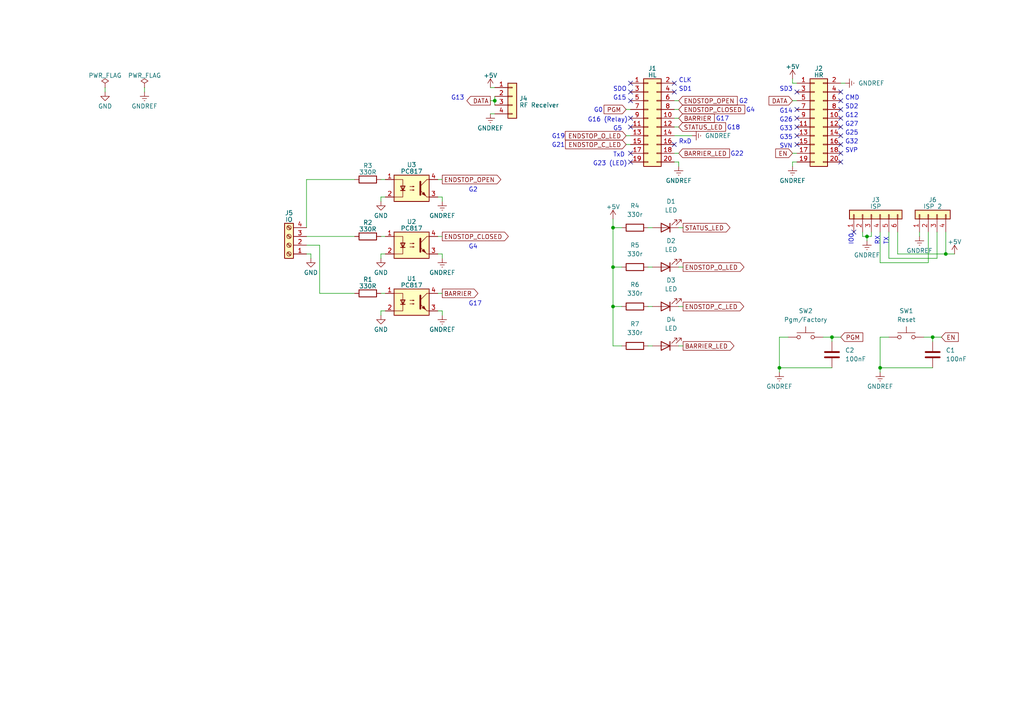
<source format=kicad_sch>
(kicad_sch (version 20231120) (generator "eeschema") (generator_version "8.0")
  (paper "A4")
  (lib_symbols
    (symbol "Connector:Screw_Terminal_01x04" (pin_names (offset 1.016) hide)
      (property "Reference" "J" (at 0 5.08 0))
      (property "Value" "Screw_Terminal_01x04" (at 0 -7.62 0))
      (symbol "Screw_Terminal_01x04_1_1"
        (rectangle (start -1.27 3.81) (end 1.27 -6.35) (stroke (width 0.254)) (fill (type background)))
        (circle (center 0 -5.08) (radius 0.635) (stroke (width 0.1524)))
        (circle (center 0 -2.54) (radius 0.635) (stroke (width 0.1524)))
        (polyline (pts (xy -0.5334 -4.7498) (xy 0.3302 -5.588)) (stroke (width 0.1524)))
        (polyline (pts (xy -0.5334 -2.2098) (xy 0.3302 -3.048)) (stroke (width 0.1524)))
        (polyline (pts (xy -0.5334 0.3302) (xy 0.3302 -0.508)) (stroke (width 0.1524)))
        (polyline (pts (xy -0.5334 2.8702) (xy 0.3302 2.032)) (stroke (width 0.1524)))
        (polyline (pts (xy -0.3556 -4.572) (xy 0.508 -5.4102)) (stroke (width 0.1524)))
        (polyline (pts (xy -0.3556 -2.032) (xy 0.508 -2.8702)) (stroke (width 0.1524)))
        (polyline (pts (xy -0.3556 0.508) (xy 0.508 -0.3302)) (stroke (width 0.1524)))
        (polyline (pts (xy -0.3556 3.048) (xy 0.508 2.2098)) (stroke (width 0.1524)))
        (circle (center 0 0) (radius 0.635) (stroke (width 0.1524)))
        (circle (center 0 2.54) (radius 0.635) (stroke (width 0.1524)))
        (pin passive line (at -5.08 2.54 0) (length 3.81) (name "Pin_1") (number "1"))
        (pin passive line (at -5.08 0 0) (length 3.81) (name "Pin_2") (number "2"))
        (pin passive line (at -5.08 -2.54 0) (length 3.81) (name "Pin_3") (number "3"))
        (pin passive line (at -5.08 -5.08 0) (length 3.81) (name "Pin_4") (number "4"))
      )
    )
    (symbol "Connector_Generic:Conn_01x04" (pin_names (offset 1.016) hide)
      (property "Reference" "J" (at 0 5.08 0))
      (property "Value" "Conn_01x04" (at 0 -7.62 0))
      (symbol "Conn_01x04_1_1"
        (rectangle (start -1.27 -4.953) (end 0 -5.207) (stroke (width 0.1524)))
        (rectangle (start -1.27 -2.413) (end 0 -2.667) (stroke (width 0.1524)))
        (rectangle (start -1.27 0.127) (end 0 -0.127) (stroke (width 0.1524)))
        (rectangle (start -1.27 2.667) (end 0 2.413) (stroke (width 0.1524)))
        (rectangle (start -1.27 3.81) (end 1.27 -6.35) (stroke (width 0.254)) (fill (type background)))
        (pin passive line (at -5.08 2.54 0) (length 3.81) (name "Pin_1") (number "1"))
        (pin passive line (at -5.08 0 0) (length 3.81) (name "Pin_2") (number "2"))
        (pin passive line (at -5.08 -2.54 0) (length 3.81) (name "Pin_3") (number "3"))
        (pin passive line (at -5.08 -5.08 0) (length 3.81) (name "Pin_4") (number "4"))
      )
    )
    (symbol "Connector_Generic:Conn_01x06" (pin_names (offset 1.016) hide)
      (property "Reference" "J" (at 0 7.62 0))
      (property "Value" "Conn_01x06" (at 0 -10.16 0))
      (symbol "Conn_01x06_1_1"
        (rectangle (start -1.27 -7.493) (end 0 -7.747) (stroke (width 0.1524)))
        (rectangle (start -1.27 -4.953) (end 0 -5.207) (stroke (width 0.1524)))
        (rectangle (start -1.27 -2.413) (end 0 -2.667) (stroke (width 0.1524)))
        (rectangle (start -1.27 0.127) (end 0 -0.127) (stroke (width 0.1524)))
        (rectangle (start -1.27 2.667) (end 0 2.413) (stroke (width 0.1524)))
        (rectangle (start -1.27 5.207) (end 0 4.953) (stroke (width 0.1524)))
        (rectangle (start -1.27 6.35) (end 1.27 -8.89) (stroke (width 0.254)) (fill (type background)))
        (pin passive line (at -5.08 5.08 0) (length 3.81) (name "Pin_1") (number "1"))
        (pin passive line (at -5.08 2.54 0) (length 3.81) (name "Pin_2") (number "2"))
        (pin passive line (at -5.08 0 0) (length 3.81) (name "Pin_3") (number "3"))
        (pin passive line (at -5.08 -2.54 0) (length 3.81) (name "Pin_4") (number "4"))
        (pin passive line (at -5.08 -5.08 0) (length 3.81) (name "Pin_5") (number "5"))
        (pin passive line (at -5.08 -7.62 0) (length 3.81) (name "Pin_6") (number "6"))
      )
    )
    (symbol "Connector_Generic:Conn_02x10_Odd_Even" (pin_names (offset 1.016) hide)
      (property "Reference" "J" (at 1.27 12.7 0))
      (property "Value" "Conn_02x10_Odd_Even" (at 1.27 -15.24 0))
      (symbol "Conn_02x10_Odd_Even_1_1"
        (rectangle (start -1.27 -12.573) (end 0 -12.827) (stroke (width 0.1524)))
        (rectangle (start -1.27 -10.033) (end 0 -10.287) (stroke (width 0.1524)))
        (rectangle (start -1.27 -7.493) (end 0 -7.747) (stroke (width 0.1524)))
        (rectangle (start -1.27 -4.953) (end 0 -5.207) (stroke (width 0.1524)))
        (rectangle (start -1.27 -2.413) (end 0 -2.667) (stroke (width 0.1524)))
        (rectangle (start -1.27 0.127) (end 0 -0.127) (stroke (width 0.1524)))
        (rectangle (start -1.27 2.667) (end 0 2.413) (stroke (width 0.1524)))
        (rectangle (start -1.27 5.207) (end 0 4.953) (stroke (width 0.1524)))
        (rectangle (start -1.27 7.747) (end 0 7.493) (stroke (width 0.1524)))
        (rectangle (start -1.27 10.287) (end 0 10.033) (stroke (width 0.1524)))
        (rectangle (start -1.27 11.43) (end 3.81 -13.97) (stroke (width 0.254)) (fill (type background)))
        (rectangle (start 3.81 -12.573) (end 2.54 -12.827) (stroke (width 0.1524)))
        (rectangle (start 3.81 -10.033) (end 2.54 -10.287) (stroke (width 0.1524)))
        (rectangle (start 3.81 -7.493) (end 2.54 -7.747) (stroke (width 0.1524)))
        (rectangle (start 3.81 -4.953) (end 2.54 -5.207) (stroke (width 0.1524)))
        (rectangle (start 3.81 -2.413) (end 2.54 -2.667) (stroke (width 0.1524)))
        (rectangle (start 3.81 0.127) (end 2.54 -0.127) (stroke (width 0.1524)))
        (rectangle (start 3.81 2.667) (end 2.54 2.413) (stroke (width 0.1524)))
        (rectangle (start 3.81 5.207) (end 2.54 4.953) (stroke (width 0.1524)))
        (rectangle (start 3.81 7.747) (end 2.54 7.493) (stroke (width 0.1524)))
        (rectangle (start 3.81 10.287) (end 2.54 10.033) (stroke (width 0.1524)))
        (pin passive line (at -5.08 10.16 0) (length 3.81) (name "Pin_1") (number "1"))
        (pin passive line (at 7.62 0 180) (length 3.81) (name "Pin_10") (number "10"))
        (pin passive line (at -5.08 -2.54 0) (length 3.81) (name "Pin_11") (number "11"))
        (pin passive line (at 7.62 -2.54 180) (length 3.81) (name "Pin_12") (number "12"))
        (pin passive line (at -5.08 -5.08 0) (length 3.81) (name "Pin_13") (number "13"))
        (pin passive line (at 7.62 -5.08 180) (length 3.81) (name "Pin_14") (number "14"))
        (pin passive line (at -5.08 -7.62 0) (length 3.81) (name "Pin_15") (number "15"))
        (pin passive line (at 7.62 -7.62 180) (length 3.81) (name "Pin_16") (number "16"))
        (pin passive line (at -5.08 -10.16 0) (length 3.81) (name "Pin_17") (number "17"))
        (pin passive line (at 7.62 -10.16 180) (length 3.81) (name "Pin_18") (number "18"))
        (pin passive line (at -5.08 -12.7 0) (length 3.81) (name "Pin_19") (number "19"))
        (pin passive line (at 7.62 10.16 180) (length 3.81) (name "Pin_2") (number "2"))
        (pin passive line (at 7.62 -12.7 180) (length 3.81) (name "Pin_20") (number "20"))
        (pin passive line (at -5.08 7.62 0) (length 3.81) (name "Pin_3") (number "3"))
        (pin passive line (at 7.62 7.62 180) (length 3.81) (name "Pin_4") (number "4"))
        (pin passive line (at -5.08 5.08 0) (length 3.81) (name "Pin_5") (number "5"))
        (pin passive line (at 7.62 5.08 180) (length 3.81) (name "Pin_6") (number "6"))
        (pin passive line (at -5.08 2.54 0) (length 3.81) (name "Pin_7") (number "7"))
        (pin passive line (at 7.62 2.54 180) (length 3.81) (name "Pin_8") (number "8"))
        (pin passive line (at -5.08 0 0) (length 3.81) (name "Pin_9") (number "9"))
      )
    )
    (symbol "Device:C" (pin_numbers hide) (pin_names (offset 0.254))
      (property "Reference" "C" (at 0.635 2.54 0))
      (property "Value" "C" (at 0.635 -2.54 0))
      (symbol "C_0_1"
        (polyline (pts (xy -2.032 -0.762) (xy 2.032 -0.762)) (stroke (width 0.508)))
        (polyline (pts (xy -2.032 0.762) (xy 2.032 0.762)) (stroke (width 0.508)))
      )
      (symbol "C_1_1"
        (pin passive line (at 0 3.81 270) (length 2.794) (name "~") (number "1"))
        (pin passive line (at 0 -3.81 90) (length 2.794) (name "~") (number "2"))
      )
    )
    (symbol "Device:LED" (pin_numbers hide) (pin_names (offset 1.016) hide)
      (property "Reference" "D" (at 0 2.54 0))
      (property "Value" "LED" (at 0 -2.54 0))
      (symbol "LED_0_1"
        (polyline (pts (xy -1.27 -1.27) (xy -1.27 1.27)) (stroke (width 0.254)))
        (polyline (pts (xy -1.27 0) (xy 1.27 0)))
        (polyline (pts (xy 1.27 -1.27) (xy 1.27 1.27) (xy -1.27 0) (xy 1.27 -1.27)) (stroke (width 0.254)))
        (polyline (pts (xy -3.048 -0.762) (xy -4.572 -2.286) (xy -3.81 -2.286) (xy -4.572 -2.286) (xy -4.572 -1.524)))
        (polyline (pts (xy -1.778 -0.762) (xy -3.302 -2.286) (xy -2.54 -2.286) (xy -3.302 -2.286) (xy -3.302 -1.524)))
      )
      (symbol "LED_1_1"
        (pin passive line (at -3.81 0 0) (length 2.54) (name "K") (number "1"))
        (pin passive line (at 3.81 0 180) (length 2.54) (name "A") (number "2"))
      )
    )
    (symbol "Device:R" (pin_numbers hide) (pin_names (offset 0))
      (property "Reference" "R" (at 2.032 0 90))
      (property "Value" "R" (at 0 0 90))
      (symbol "R_0_1"
        (rectangle (start -1.016 -2.54) (end 1.016 2.54) (stroke (width 0.254)))
      )
      (symbol "R_1_1"
        (pin passive line (at 0 3.81 270) (length 1.27) (name "~") (number "1"))
        (pin passive line (at 0 -3.81 90) (length 1.27) (name "~") (number "2"))
      )
    )
    (symbol "Isolator:PC817" (pin_names (offset 1.016))
      (property "Reference" "U" (at -5.08 5.08 0))
      (property "Value" "PC817" (at 0 5.08 0))
      (symbol "PC817_0_1"
        (rectangle (start -5.08 3.81) (end 5.08 -3.81) (stroke (width 0.254)) (fill (type background)))
        (polyline (pts (xy -3.175 -0.635) (xy -1.905 -0.635)) (stroke (width 0.254)))
        (polyline (pts (xy 2.54 0.635) (xy 4.445 2.54)))
        (polyline (pts (xy 4.445 -2.54) (xy 2.54 -0.635)) (fill (type outline)))
        (polyline (pts (xy 4.445 -2.54) (xy 5.08 -2.54)))
        (polyline (pts (xy 4.445 2.54) (xy 5.08 2.54)))
        (polyline (pts (xy -5.08 2.54) (xy -2.54 2.54) (xy -2.54 -0.635)))
        (polyline (pts (xy -2.54 -0.635) (xy -2.54 -2.54) (xy -5.08 -2.54)))
        (polyline (pts (xy 2.54 1.905) (xy 2.54 -1.905) (xy 2.54 -1.905)) (stroke (width 0.508)))
        (polyline (pts (xy -2.54 -0.635) (xy -3.175 0.635) (xy -1.905 0.635) (xy -2.54 -0.635)) (stroke (width 0.254)))
        (polyline (pts (xy -0.508 -0.508) (xy 0.762 -0.508) (xy 0.381 -0.635) (xy 0.381 -0.381) (xy 0.762 -0.508)))
        (polyline (pts (xy -0.508 0.508) (xy 0.762 0.508) (xy 0.381 0.381) (xy 0.381 0.635) (xy 0.762 0.508)))
        (polyline (pts (xy 3.048 -1.651) (xy 3.556 -1.143) (xy 4.064 -2.159) (xy 3.048 -1.651) (xy 3.048 -1.651)) (fill (type outline)))
      )
      (symbol "PC817_1_1"
        (pin passive line (at -7.62 2.54 0) (length 2.54) (name "~") (number "1"))
        (pin passive line (at -7.62 -2.54 0) (length 2.54) (name "~") (number "2"))
        (pin passive line (at 7.62 -2.54 180) (length 2.54) (name "~") (number "3"))
        (pin passive line (at 7.62 2.54 180) (length 2.54) (name "~") (number "4"))
      )
    )
    (symbol "Switch:SW_Push" (pin_numbers hide) (pin_names (offset 1.016) hide)
      (property "Reference" "SW" (at 1.27 2.54 0))
      (property "Value" "SW_Push" (at 0 -1.524 0))
      (symbol "SW_Push_0_1"
        (circle (center -2.032 0) (radius 0.508))
        (polyline (pts (xy 0 1.27) (xy 0 3.048)))
        (polyline (pts (xy 2.54 1.27) (xy -2.54 1.27)))
        (circle (center 2.032 0) (radius 0.508))
        (pin passive line (at -5.08 0 0) (length 2.54) (name "1") (number "1"))
        (pin passive line (at 5.08 0 180) (length 2.54) (name "2") (number "2"))
      )
    )
    (symbol "power:+5V" (power) (pin_names (offset 0))
      (property "Value" "+5V" (at 0 3.556 0))
      (symbol "+5V_0_1"
        (polyline (pts (xy -0.762 1.27) (xy 0 2.54)))
        (polyline (pts (xy 0 0) (xy 0 2.54)))
        (polyline (pts (xy 0 2.54) (xy 0.762 1.27)))
      )
      (symbol "+5V_1_1"
        (pin power_in line (at 0 0 90) (length 0) hide (name "+5V") (number "1"))
      )
    )
    (symbol "power:GND" (power) (pin_names (offset 0))
      (property "Value" "GND" (at 0 -3.81 0))
      (symbol "GND_0_1"
        (polyline (pts (xy 0 0) (xy 0 -1.27) (xy 1.27 -1.27) (xy 0 -2.54) (xy -1.27 -1.27) (xy 0 -1.27)))
      )
      (symbol "GND_1_1"
        (pin power_in line (at 0 0 270) (length 0) hide (name "GND") (number "1"))
      )
    )
    (symbol "power:GNDREF" (power) (pin_names (offset 0))
      (property "Value" "GNDREF" (at 0 -3.81 0))
      (symbol "GNDREF_0_1"
        (polyline (pts (xy -0.635 -1.905) (xy 0.635 -1.905)))
        (polyline (pts (xy -0.127 -2.54) (xy 0.127 -2.54)))
        (polyline (pts (xy 0 -1.27) (xy 0 0)))
        (polyline (pts (xy 1.27 -1.27) (xy -1.27 -1.27)))
      )
      (symbol "GNDREF_1_1"
        (pin power_in line (at 0 0 270) (length 0) hide (name "GNDREF") (number "1"))
      )
    )
    (symbol "power:PWR_FLAG" (power) (pin_numbers hide) (pin_names (offset 0) hide)
      (property "Value" "PWR_FLAG" (at 0 3.81 0))
      (symbol "PWR_FLAG_0_0"
        (pin power_out line (at 0 0 90) (length 0) (name "pwr") (number "1"))
      )
      (symbol "PWR_FLAG_0_1"
        (polyline (pts (xy 0 0) (xy 0 1.27) (xy -1.016 1.905) (xy 0 2.54) (xy 1.016 1.905) (xy 0 1.27)))
      )
    )
  )
  (junction (at 270.51 97.79))
  (junction (at 143.51 29.21))
  (junction (at 226.06 106.68))
  (junction (at 241.3 97.79))
  (junction (at 177.8 66.04))
  (junction (at 255.27 106.68))
  (junction (at 251.46 68.58))
  (junction (at 177.8 77.47))
  (junction (at 274.32 73.66))
  (junction (at 177.8 88.9))
  (no_connect (at 182.88 46.99))
  (no_connect (at 243.84 44.45))
  (no_connect (at 182.88 26.67))
  (no_connect (at 182.88 29.21))
  (no_connect (at 231.14 26.67))
  (no_connect (at 231.14 31.75))
  (no_connect (at 182.88 44.45))
  (no_connect (at 195.58 26.67))
  (no_connect (at 231.14 39.37))
  (no_connect (at 231.14 41.91))
  (no_connect (at 182.88 24.13))
  (no_connect (at 243.84 29.21))
  (no_connect (at 247.65 67.31))
  (no_connect (at 243.84 26.67))
  (no_connect (at 182.88 36.83))
  (no_connect (at 243.84 34.29))
  (no_connect (at 182.88 34.29))
  (no_connect (at 243.84 31.75))
  (no_connect (at 243.84 41.91))
  (no_connect (at 195.58 24.13))
  (no_connect (at 231.14 34.29))
  (no_connect (at 231.14 36.83))
  (no_connect (at 195.58 41.91))
  (no_connect (at 243.84 36.83))
  (no_connect (at 243.84 39.37))
  (no_connect (at 243.84 46.99))
  (wire (pts (xy 128.27 73.66) (xy 127 73.66)))
  (wire (pts (xy 110.49 73.66) (xy 111.76 73.66)))
  (wire (pts (xy 110.49 68.58) (xy 111.76 68.58)))
  (wire (pts (xy 187.96 88.9) (xy 189.23 88.9)))
  (wire (pts (xy 90.17 73.66) (xy 90.17 74.93)))
  (wire (pts (xy 229.87 24.13) (xy 229.87 22.86)))
  (wire (pts (xy 257.81 97.79) (xy 255.27 97.79)))
  (wire (pts (xy 110.49 85.09) (xy 111.76 85.09)))
  (wire (pts (xy 142.24 33.02) (xy 143.51 33.02)))
  (wire (pts (xy 177.8 66.04) (xy 180.34 66.04)))
  (wire (pts (xy 251.46 68.58) (xy 251.46 69.85)))
  (wire (pts (xy 177.8 63.5) (xy 177.8 66.04)))
  (wire (pts (xy 187.96 100.33) (xy 189.23 100.33)))
  (wire (pts (xy 195.58 46.99) (xy 196.85 46.99)))
  (wire (pts (xy 30.48 25.4) (xy 30.48 26.67)))
  (wire (pts (xy 231.14 46.99) (xy 229.87 46.99)))
  (wire (pts (xy 143.51 29.21) (xy 143.51 30.48)))
  (wire (pts (xy 250.19 67.31) (xy 250.19 68.58)))
  (wire (pts (xy 181.61 31.75) (xy 182.88 31.75)))
  (wire (pts (xy 127 52.07) (xy 128.27 52.07)))
  (wire (pts (xy 195.58 29.21) (xy 196.85 29.21)))
  (wire (pts (xy 255.27 106.68) (xy 255.27 107.95)))
  (wire (pts (xy 41.91 25.4) (xy 41.91 26.67)))
  (wire (pts (xy 257.81 67.31) (xy 257.81 74.93)))
  (wire (pts (xy 92.71 85.09) (xy 102.87 85.09)))
  (wire (pts (xy 243.84 24.13) (xy 245.11 24.13)))
  (wire (pts (xy 127 85.09) (xy 128.27 85.09)))
  (wire (pts (xy 187.96 66.04) (xy 189.23 66.04)))
  (wire (pts (xy 257.81 74.93) (xy 271.78 74.93)))
  (wire (pts (xy 110.49 91.44) (xy 110.49 90.17)))
  (wire (pts (xy 181.61 39.37) (xy 182.88 39.37)))
  (wire (pts (xy 241.3 97.79) (xy 241.3 99.06)))
  (wire (pts (xy 187.96 77.47) (xy 189.23 77.47)))
  (wire (pts (xy 229.87 29.21) (xy 231.14 29.21)))
  (wire (pts (xy 142.24 29.21) (xy 143.51 29.21)))
  (wire (pts (xy 110.49 52.07) (xy 111.76 52.07)))
  (wire (pts (xy 128.27 90.17) (xy 127 90.17)))
  (wire (pts (xy 177.8 100.33) (xy 180.34 100.33)))
  (wire (pts (xy 255.27 76.2) (xy 269.24 76.2)))
  (wire (pts (xy 128.27 58.42) (xy 128.27 57.15)))
  (wire (pts (xy 269.24 67.31) (xy 269.24 76.2)))
  (wire (pts (xy 110.49 58.42) (xy 110.49 57.15)))
  (wire (pts (xy 238.76 97.79) (xy 241.3 97.79)))
  (wire (pts (xy 177.8 66.04) (xy 177.8 77.47)))
  (wire (pts (xy 226.06 106.68) (xy 226.06 107.95)))
  (wire (pts (xy 196.85 88.9) (xy 198.12 88.9)))
  (wire (pts (xy 92.71 71.12) (xy 92.71 85.09)))
  (wire (pts (xy 88.9 68.58) (xy 102.87 68.58)))
  (wire (pts (xy 181.61 41.91) (xy 182.88 41.91)))
  (wire (pts (xy 274.32 73.66) (xy 276.86 73.66)))
  (wire (pts (xy 195.58 36.83) (xy 196.85 36.83)))
  (wire (pts (xy 127 68.58) (xy 128.27 68.58)))
  (wire (pts (xy 128.27 57.15) (xy 127 57.15)))
  (wire (pts (xy 229.87 44.45) (xy 231.14 44.45)))
  (wire (pts (xy 88.9 71.12) (xy 92.71 71.12)))
  (wire (pts (xy 274.32 67.31) (xy 274.32 73.66)))
  (wire (pts (xy 226.06 106.68) (xy 241.3 106.68)))
  (wire (pts (xy 255.27 97.79) (xy 255.27 106.68)))
  (wire (pts (xy 231.14 24.13) (xy 229.87 24.13)))
  (wire (pts (xy 252.73 67.31) (xy 252.73 68.58)))
  (wire (pts (xy 255.27 67.31) (xy 255.27 76.2)))
  (wire (pts (xy 267.97 97.79) (xy 270.51 97.79)))
  (wire (pts (xy 142.24 25.4) (xy 143.51 25.4)))
  (wire (pts (xy 195.58 44.45) (xy 196.85 44.45)))
  (wire (pts (xy 195.58 31.75) (xy 196.85 31.75)))
  (wire (pts (xy 110.49 57.15) (xy 111.76 57.15)))
  (wire (pts (xy 195.58 39.37) (xy 200.66 39.37)))
  (wire (pts (xy 196.85 77.47) (xy 198.12 77.47)))
  (wire (pts (xy 128.27 91.44) (xy 128.27 90.17)))
  (wire (pts (xy 260.35 73.66) (xy 274.32 73.66)))
  (wire (pts (xy 241.3 97.79) (xy 243.84 97.79)))
  (wire (pts (xy 270.51 97.79) (xy 273.05 97.79)))
  (wire (pts (xy 177.8 88.9) (xy 177.8 100.33)))
  (wire (pts (xy 266.7 67.31) (xy 266.7 68.58)))
  (wire (pts (xy 128.27 74.93) (xy 128.27 73.66)))
  (wire (pts (xy 177.8 77.47) (xy 177.8 88.9)))
  (wire (pts (xy 250.19 68.58) (xy 251.46 68.58)))
  (wire (pts (xy 177.8 88.9) (xy 180.34 88.9)))
  (wire (pts (xy 88.9 52.07) (xy 88.9 66.04)))
  (wire (pts (xy 229.87 46.99) (xy 229.87 48.26)))
  (wire (pts (xy 195.58 34.29) (xy 196.85 34.29)))
  (wire (pts (xy 228.6 97.79) (xy 226.06 97.79)))
  (wire (pts (xy 271.78 74.93) (xy 271.78 67.31)))
  (wire (pts (xy 177.8 77.47) (xy 180.34 77.47)))
  (wire (pts (xy 196.85 66.04) (xy 198.12 66.04)))
  (wire (pts (xy 88.9 73.66) (xy 90.17 73.66)))
  (wire (pts (xy 196.85 46.99) (xy 196.85 48.26)))
  (wire (pts (xy 143.51 27.94) (xy 143.51 29.21)))
  (wire (pts (xy 260.35 67.31) (xy 260.35 73.66)))
  (wire (pts (xy 102.87 52.07) (xy 88.9 52.07)))
  (wire (pts (xy 196.85 100.33) (xy 198.12 100.33)))
  (wire (pts (xy 110.49 74.93) (xy 110.49 73.66)))
  (wire (pts (xy 110.49 90.17) (xy 111.76 90.17)))
  (wire (pts (xy 270.51 97.79) (xy 270.51 99.06)))
  (wire (pts (xy 255.27 106.68) (xy 270.51 106.68)))
  (wire (pts (xy 226.06 97.79) (xy 226.06 106.68)))
  (wire (pts (xy 251.46 68.58) (xy 252.73 68.58)))
  (text "G17" (at 135.89 88.9 0) (effects (font (size 1.27 1.27)) (justify left bottom)))
  (text "SDO" (at 177.8 26.67 0) (effects (font (size 1.27 1.27)) (justify left bottom)))
  (text "G2" (at 215.646 29.464 0) (effects (font (size 1.27 1.27))))
  (text "G15" (at 177.8 29.21 0) (effects (font (size 1.27 1.27)) (justify left bottom)))
  (text "G25" (at 245.11 39.37 0) (effects (font (size 1.27 1.27)) (justify left bottom)))
  (text "G5" (at 177.8 38.1 0) (effects (font (size 1.27 1.27)) (justify left bottom)))
  (text "G4" (at 135.89 72.39 0) (effects (font (size 1.27 1.27)) (justify left bottom)))
  (text "G27" (at 245.11 36.83 0) (effects (font (size 1.27 1.27)) (justify left bottom)))
  (text "SVP" (at 245.11 44.45 0) (effects (font (size 1.27 1.27)) (justify left bottom)))
  (text "CMD" (at 245.11 29.21 0) (effects (font (size 1.27 1.27)) (justify left bottom)))
  (text "G32" (at 245.11 41.91 0) (effects (font (size 1.27 1.27)) (justify left bottom)))
  (text "SD3" (at 226.06 26.67 0) (effects (font (size 1.27 1.27)) (justify left bottom)))
  (text "G19" (at 160.02 40.386 0) (effects (font (size 1.27 1.27)) (justify left bottom)))
  (text "G2" (at 135.89 55.88 0) (effects (font (size 1.27 1.27)) (justify left bottom)))
  (text "G26" (at 226.06 35.56 0) (effects (font (size 1.27 1.27)) (justify left bottom)))
  (text "G16 (Relay)" (at 170.434 35.56 0) (effects (font (size 1.27 1.27)) (justify left bottom)))
  (text "TxD" (at 177.8 45.72 0) (effects (font (size 1.27 1.27)) (justify left bottom)))
  (text "SD1\n" (at 196.85 26.67 0) (effects (font (size 1.27 1.27)) (justify left bottom)))
  (text "TX" (at 257.81 71.12 90) (effects (font (size 1.27 1.27)) (justify left bottom)))
  (text "G22" (at 211.836 45.466 0) (effects (font (size 1.27 1.27)) (justify left bottom)))
  (text "G33" (at 226.06 38.1 0) (effects (font (size 1.27 1.27)) (justify left bottom)))
  (text "G13" (at 130.81 29.21 0) (effects (font (size 1.27 1.27)) (justify left bottom)))
  (text "G12" (at 245.11 34.29 0) (effects (font (size 1.27 1.27)) (justify left bottom)))
  (text "G35" (at 226.06 40.64 0) (effects (font (size 1.27 1.27)) (justify left bottom)))
  (text "G17" (at 209.55 34.544 0) (effects (font (size 1.27 1.27))))
  (text "SVN" (at 226.06 43.18 0) (effects (font (size 1.27 1.27)) (justify left bottom)))
  (text "RX" (at 255.27 71.12 90) (effects (font (size 1.27 1.27)) (justify left bottom)))
  (text "G4" (at 217.678 32.004 0) (effects (font (size 1.27 1.27))))
  (text "G14" (at 226.06 33.02 0) (effects (font (size 1.27 1.27)) (justify left bottom)))
  (text "G23 (LED)" (at 171.958 48.26 0) (effects (font (size 1.27 1.27)) (justify left bottom)))
  (text "G0" (at 172.212 32.766 0) (effects (font (size 1.27 1.27)) (justify left bottom)))
  (text "G21" (at 160.02 42.926 0) (effects (font (size 1.27 1.27)) (justify left bottom)))
  (text "IO0" (at 247.65 71.12 90) (effects (font (size 1.27 1.27)) (justify left bottom)))
  (text "CLK" (at 196.85 24.13 0) (effects (font (size 1.27 1.27)) (justify left bottom)))
  (text "G18" (at 210.82 37.846 0) (effects (font (size 1.27 1.27)) (justify left bottom)))
  (text "SD2" (at 245.11 31.75 0) (effects (font (size 1.27 1.27)) (justify left bottom)))
  (text "RxD" (at 196.85 41.91 0) (effects (font (size 1.27 1.27)) (justify left bottom)))
  (global_label "ENDSTOP_OPEN" (shape output) (at 128.27 52.07 0) (property "Intersheetrefs" "${INTERSHEET_REFS}" (effects (hide yes))))
  (global_label "ENDSTOP_C_LED" (shape output) (at 198.12 88.9 0) (property "Intersheetrefs" "${INTERSHEET_REFS}" (effects (hide yes))))
  (global_label "STATUS_LED" (shape input) (at 196.85 36.83 0) (property "Intersheetrefs" "${INTERSHEET_REFS}" (effects (hide yes))))
  (global_label "ENDSTOP_C_LED" (shape input) (at 181.61 41.91 180) (property "Intersheetrefs" "${INTERSHEET_REFS}" (effects (hide yes))))
  (global_label "PGM" (shape input) (at 181.61 31.75 180) (property "Intersheetrefs" "${INTERSHEET_REFS}" (effects (hide yes))))
  (global_label "BARRIER" (shape input) (at 196.85 34.29 0) (property "Intersheetrefs" "${INTERSHEET_REFS}" (effects (hide yes))))
  (global_label "BARRIER_LED" (shape input) (at 196.85 44.45 0) (property "Intersheetrefs" "${INTERSHEET_REFS}" (effects (hide yes))))
  (global_label "STATUS_LED" (shape output) (at 198.12 66.04 0) (property "Intersheetrefs" "${INTERSHEET_REFS}" (effects (hide yes))))
  (global_label "BARRIER" (shape output) (at 128.27 85.09 0) (property "Intersheetrefs" "${INTERSHEET_REFS}" (effects (hide yes))))
  (global_label "DATA" (shape output) (at 142.24 29.21 180) (property "Intersheetrefs" "${INTERSHEET_REFS}" (effects (hide yes))))
  (global_label "ENDSTOP_CLOSED" (shape input) (at 196.85 31.75 0) (property "Intersheetrefs" "${INTERSHEET_REFS}" (effects (hide yes))))
  (global_label "PGM" (shape input) (at 243.84 97.79 0) (property "Intersheetrefs" "${INTERSHEET_REFS}" (effects (hide yes))))
  (global_label "ENDSTOP_O_LED" (shape output) (at 198.12 77.47 0) (property "Intersheetrefs" "${INTERSHEET_REFS}" (effects (hide yes))))
  (global_label "DATA" (shape input) (at 229.87 29.21 180) (property "Intersheetrefs" "${INTERSHEET_REFS}" (effects (hide yes))))
  (global_label "BARRIER_LED" (shape output) (at 198.12 100.33 0) (property "Intersheetrefs" "${INTERSHEET_REFS}" (effects (hide yes))))
  (global_label "EN" (shape input) (at 229.87 44.45 180) (property "Intersheetrefs" "${INTERSHEET_REFS}" (effects (hide yes))))
  (global_label "ENDSTOP_CLOSED" (shape output) (at 128.27 68.58 0) (property "Intersheetrefs" "${INTERSHEET_REFS}" (effects (hide yes))))
  (global_label "ENDSTOP_O_LED" (shape input) (at 181.61 39.37 180) (property "Intersheetrefs" "${INTERSHEET_REFS}" (effects (hide yes))))
  (global_label "EN" (shape input) (at 273.05 97.79 0) (property "Intersheetrefs" "${INTERSHEET_REFS}" (effects (hide yes))))
  (global_label "ENDSTOP_OPEN" (shape input) (at 196.85 29.21 0) (property "Intersheetrefs" "${INTERSHEET_REFS}" (effects (hide yes))))
  (symbol (lib_id "Device:R") (at 184.15 88.9 90) (unit 1)
    (property "Reference" "R6" (at 184.15 82.55 90))
    (property "Value" "330r" (at 184.15 85.09 90))
    (property "Footprint" "Resistor_SMD:R_0603_1608Metric" (effects (hide yes)))
    (property "Description" "Resistor" (effects (hide yes)))
  )
  (symbol (lib_id "power:GNDREF") (at 266.7 68.58 0) (unit 1)
    (property "Reference" "#PWR011" (effects (hide yes)))
    (property "Value" "GNDREF" (at 266.7 72.7155 0))
  )
  (symbol (lib_id "power:GND") (at 110.49 58.42 0) (unit 1)
    (property "Reference" "#PWR04" (effects (hide yes)))
    (property "Value" "GND" (at 110.49 62.5555 0))
  )
  (symbol (lib_id "power:GNDREF") (at 251.46 69.85 0) (unit 1)
    (property "Reference" "#PWR015" (effects (hide yes)))
    (property "Value" "GNDREF" (at 251.46 73.9855 0))
  )
  (symbol (lib_id "Device:R") (at 184.15 66.04 90) (unit 1)
    (property "Reference" "R4" (at 184.15 59.69 90))
    (property "Value" "330r" (at 184.15 62.23 90))
    (property "Footprint" "Resistor_SMD:R_0603_1608Metric" (effects (hide yes)))
    (property "Description" "Resistor" (effects (hide yes)))
  )
  (symbol (lib_id "Connector_Generic:Conn_02x10_Odd_Even") (at 187.96 34.29 0) (unit 1)
    (property "Reference" "J1" (at 189.23 19.8501 0))
    (property "Value" "HL" (at 189.23 21.7711 0))
    (property "Footprint" "Connector_PinHeader_2.54mm:PinHeader_2x10_P2.54mm_Vertical" (effects (hide yes)))
  )
  (symbol (lib_id "Device:R") (at 106.68 85.09 90) (unit 1)
    (property "Reference" "R1" (at 106.68 81.0641 90))
    (property "Value" "330R" (at 106.68 82.9851 90))
    (property "Footprint" "Resistor_SMD:R_0603_1608Metric" (effects (hide yes)))
  )
  (symbol (lib_id "Device:LED") (at 193.04 77.47 180) (unit 1)
    (property "Reference" "D2" (at 194.6275 69.85 0))
    (property "Value" "LED" (at 194.6275 72.39 0))
    (property "Footprint" "LED_SMD:LED_0603_1608Metric" (effects (hide yes)))
    (property "Description" "Light emitting diode" (effects (hide yes)))
  )
  (symbol (lib_id "Isolator:PC817") (at 119.38 54.61 0) (unit 1)
    (property "Reference" "U3" (at 119.38 47.7901 0))
    (property "Value" "PC817" (at 119.38 49.7111 0))
    (property "Footprint" "Package_SO:SOP-4_3.8x4.1mm_P2.54mm" (effects (hide yes)))
    (property "Datasheet" "http://www.soselectronic.cz/a_info/resource/d/pc817.pdf" (effects (hide yes)))
  )
  (symbol (lib_id "power:+5V") (at 142.24 25.4 0) (unit 1)
    (property "Reference" "#PWR09" (effects (hide yes)))
    (property "Value" "+5V" (at 142.24 21.8981 0))
  )
  (symbol (lib_id "Device:C") (at 241.3 102.87 0) (unit 1)
    (property "Reference" "C2" (at 245.11 101.5999 0) (effects (justify left)))
    (property "Value" "100nF" (at 245.11 104.1399 0) (effects (justify left)))
    (property "Footprint" "Capacitor_SMD:C_0402_1005Metric" (effects (hide yes)))
    (property "Description" "Unpolarized capacitor" (effects (hide yes)))
  )
  (symbol (lib_id "Connector_Generic:Conn_02x10_Odd_Even") (at 236.22 34.29 0) (unit 1)
    (property "Reference" "J2" (at 237.49 19.8501 0))
    (property "Value" "HR" (at 237.49 21.7711 0))
    (property "Footprint" "Connector_PinHeader_2.54mm:PinHeader_2x10_P2.54mm_Vertical" (effects (hide yes)))
  )
  (symbol (lib_id "power:GNDREF") (at 128.27 74.93 0) (unit 1)
    (property "Reference" "#PWR06" (effects (hide yes)))
    (property "Value" "GNDREF" (at 128.27 79.0655 0))
  )
  (symbol (lib_id "Device:R") (at 184.15 100.33 90) (unit 1)
    (property "Reference" "R7" (at 184.15 93.98 90))
    (property "Value" "330r" (at 184.15 96.52 90))
    (property "Footprint" "Resistor_SMD:R_0603_1608Metric" (effects (hide yes)))
    (property "Description" "Resistor" (effects (hide yes)))
  )
  (symbol (lib_id "power:+5V") (at 177.8 63.5 0) (unit 1)
    (property "Reference" "#PWR014" (effects (hide yes)))
    (property "Value" "+5V" (at 177.8 59.9981 0))
  )
  (symbol (lib_id "Switch:SW_Push") (at 233.68 97.79 0) (unit 1)
    (property "Reference" "SW2" (at 233.68 90.17 0))
    (property "Value" "Pgm/Factory" (at 233.68 92.71 0))
    (property "Footprint" "Button_Switch_SMD:SW_SPST_TL3342" (effects (hide yes)))
    (property "Description" "Push button switch, generic, two pins" (effects (hide yes)))
  )
  (symbol (lib_id "Device:R") (at 106.68 68.58 90) (unit 1)
    (property "Reference" "R2" (at 106.68 64.5541 90))
    (property "Value" "330R" (at 106.68 66.4751 90))
    (property "Footprint" "Resistor_SMD:R_0603_1608Metric" (effects (hide yes)))
  )
  (symbol (lib_id "power:GNDREF") (at 245.11 24.13 90) (unit 1)
    (property "Reference" "#PWR022" (effects (hide yes)))
    (property "Value" "GNDREF" (at 248.92 24.1299 90) (effects (justify right)))
  )
  (symbol (lib_id "power:GNDREF") (at 128.27 91.44 0) (unit 1)
    (property "Reference" "#PWR07" (effects (hide yes)))
    (property "Value" "GNDREF" (at 128.27 95.5755 0))
  )
  (symbol (lib_id "power:GNDREF") (at 196.85 48.26 0) (unit 1)
    (property "Reference" "#PWR019" (effects (hide yes)))
    (property "Value" "GNDREF" (at 196.85 52.3955 0))
  )
  (symbol (lib_id "Isolator:PC817") (at 119.38 87.63 0) (unit 1)
    (property "Reference" "U1" (at 119.38 80.8101 0))
    (property "Value" "PC817" (at 119.38 82.7311 0))
    (property "Footprint" "Package_SO:SOP-4_3.8x4.1mm_P2.54mm" (effects (hide yes)))
    (property "Datasheet" "http://www.soselectronic.cz/a_info/resource/d/pc817.pdf" (effects (hide yes)))
  )
  (symbol (lib_id "Device:LED") (at 193.04 66.04 180) (unit 1)
    (property "Reference" "D1" (at 194.6275 58.42 0))
    (property "Value" "LED" (at 194.6275 60.96 0))
    (property "Footprint" "LED_SMD:LED_0603_1608Metric" (effects (hide yes)))
    (property "Description" "Light emitting diode" (effects (hide yes)))
  )
  (symbol (lib_id "power:GND") (at 90.17 74.93 0) (unit 1)
    (property "Reference" "#PWR01" (effects (hide yes)))
    (property "Value" "GND" (at 90.17 79.0655 0))
  )
  (symbol (lib_id "Switch:SW_Push") (at 262.89 97.79 0) (unit 1)
    (property "Reference" "SW1" (at 262.89 90.17 0))
    (property "Value" "Reset" (at 262.89 92.71 0))
    (property "Footprint" "Button_Switch_SMD:SW_SPST_TL3342" (effects (hide yes)))
    (property "Description" "Push button switch, generic, two pins" (effects (hide yes)))
  )
  (symbol (lib_id "power:+5V") (at 229.87 22.86 0) (unit 1)
    (property "Reference" "#PWR08" (effects (hide yes)))
    (property "Value" "+5V" (at 229.87 19.3581 0))
  )
  (symbol (lib_id "Connector_Generic:Conn_01x04") (at 269.24 62.23 90) (unit 1)
    (property "Reference" "J6" (at 270.51 57.9501 90))
    (property "Value" "ISP 2" (at 270.51 59.8711 90))
    (property "Footprint" "Connector_PinHeader_2.54mm:PinHeader_1x04_P2.54mm_Vertical" (effects (hide yes)))
  )
  (symbol (lib_id "power:GNDREF") (at 229.87 48.26 0) (unit 1)
    (property "Reference" "#PWR012" (effects (hide yes)))
    (property "Value" "GNDREF" (at 229.87 52.3955 0))
  )
  (symbol (lib_id "Device:R") (at 106.68 52.07 90) (unit 1)
    (property "Reference" "R3" (at 106.68 48.0441 90))
    (property "Value" "330R" (at 106.68 49.9651 90))
    (property "Footprint" "Resistor_SMD:R_0603_1608Metric" (effects (hide yes)))
  )
  (symbol (lib_id "Device:LED") (at 193.04 88.9 180) (unit 1)
    (property "Reference" "D3" (at 194.6275 81.28 0))
    (property "Value" "LED" (at 194.6275 83.82 0))
    (property "Footprint" "LED_SMD:LED_0603_1608Metric" (effects (hide yes)))
    (property "Description" "Light emitting diode" (effects (hide yes)))
  )
  (symbol (lib_id "power:GNDREF") (at 226.06 107.95 0) (unit 1)
    (property "Reference" "#PWR016" (effects (hide yes)))
    (property "Value" "GNDREF" (at 226.06 112.0855 0))
  )
  (symbol (lib_id "Connector_Generic:Conn_01x06") (at 252.73 62.23 90) (unit 1)
    (property "Reference" "J3" (at 254 57.9501 90))
    (property "Value" "ISP" (at 254 59.8711 90))
    (property "Footprint" "Connector_PinHeader_2.54mm:PinHeader_1x06_P2.54mm_Vertical" (effects (hide yes)))
  )
  (symbol (lib_id "power:GNDREF") (at 41.91 26.67 0) (unit 1)
    (property "Reference" "#PWR018" (effects (hide yes)))
    (property "Value" "GNDREF" (at 41.91 30.8055 0))
  )
  (symbol (lib_id "power:+5V") (at 276.86 73.66 0) (unit 1)
    (property "Reference" "#PWR024" (effects (hide yes)))
    (property "Value" "+5V" (at 276.86 70.1581 0))
  )
  (symbol (lib_id "Device:R") (at 184.15 77.47 90) (unit 1)
    (property "Reference" "R5" (at 184.15 71.12 90))
    (property "Value" "330r" (at 184.15 73.66 90))
    (property "Footprint" "Resistor_SMD:R_0603_1608Metric" (effects (hide yes)))
    (property "Description" "Resistor" (effects (hide yes)))
  )
  (symbol (lib_id "Isolator:PC817") (at 119.38 71.12 0) (unit 1)
    (property "Reference" "U2" (at 119.38 64.3001 0))
    (property "Value" "PC817" (at 119.38 66.2211 0))
    (property "Footprint" "Package_SO:SOP-4_3.8x4.1mm_P2.54mm" (effects (hide yes)))
    (property "Datasheet" "http://www.soselectronic.cz/a_info/resource/d/pc817.pdf" (effects (hide yes)))
  )
  (symbol (lib_id "power:GNDREF") (at 255.27 107.95 0) (unit 1)
    (property "Reference" "#PWR013" (effects (hide yes)))
    (property "Value" "GNDREF" (at 255.27 112.0855 0))
  )
  (symbol (lib_id "power:GND") (at 110.49 74.93 0) (unit 1)
    (property "Reference" "#PWR03" (effects (hide yes)))
    (property "Value" "GND" (at 110.49 79.0655 0))
  )
  (symbol (lib_id "Device:C") (at 270.51 102.87 0) (unit 1)
    (property "Reference" "C1" (at 274.32 101.5999 0) (effects (justify left)))
    (property "Value" "100nF" (at 274.32 104.1399 0) (effects (justify left)))
    (property "Footprint" "Capacitor_SMD:C_0402_1005Metric" (effects (hide yes)))
    (property "Description" "Unpolarized capacitor" (effects (hide yes)))
  )
  (symbol (lib_id "power:PWR_FLAG") (at 41.91 25.4 0) (unit 1)
    (property "Reference" "#FLG02" (effects (hide yes)))
    (property "Value" "PWR_FLAG" (at 41.91 21.8981 0))
  )
  (symbol (lib_id "power:PWR_FLAG") (at 30.48 25.4 0) (unit 1)
    (property "Reference" "#FLG01" (effects (hide yes)))
    (property "Value" "PWR_FLAG" (at 30.48 21.8981 0))
  )
  (symbol (lib_id "Connector_Generic:Conn_01x04") (at 148.59 27.94 0) (unit 1)
    (property "Reference" "J4" (at 150.622 28.5663 0) (effects (justify left)))
    (property "Value" "RF Receiver" (at 150.622 30.4873 0) (effects (justify left)))
    (property "Footprint" "Connector_PinHeader_2.54mm:PinHeader_1x04_P2.54mm_Vertical" (effects (hide yes)))
  )
  (symbol (lib_id "power:GND") (at 110.49 91.44 0) (unit 1)
    (property "Reference" "#PWR02" (effects (hide yes)))
    (property "Value" "GND" (at 110.49 95.5755 0))
  )
  (symbol (lib_id "power:GNDREF") (at 200.66 39.37 90) (unit 1)
    (property "Reference" "#PWR020" (effects (hide yes)))
    (property "Value" "GNDREF" (at 204.47 39.3699 90) (effects (justify right)))
  )
  (symbol (lib_id "power:GNDREF") (at 142.24 33.02 0) (unit 1)
    (property "Reference" "#PWR010" (effects (hide yes)))
    (property "Value" "GNDREF" (at 142.24 37.1555 0))
  )
  (symbol (lib_id "power:GND") (at 30.48 26.67 0) (unit 1)
    (property "Reference" "#PWR017" (effects (hide yes)))
    (property "Value" "GND" (at 30.48 30.8055 0))
  )
  (symbol (lib_id "Connector:Screw_Terminal_01x04") (at 83.82 71.12 180) (unit 1)
    (property "Reference" "J5" (at 83.82 61.7601 0))
    (property "Value" "IO" (at 83.82 63.6811 0))
    (property "Footprint" "TerminalBlock:TerminalBlock_bornier-4_P5.08mm" (effects (hide yes)))
  )
  (symbol (lib_id "power:GNDREF") (at 128.27 58.42 0) (unit 1)
    (property "Reference" "#PWR05" (effects (hide yes)))
    (property "Value" "GNDREF" (at 128.27 62.5555 0))
  )
  (symbol (lib_id "Device:LED") (at 193.04 100.33 180) (unit 1)
    (property "Reference" "D4" (at 194.6275 92.71 0))
    (property "Value" "LED" (at 194.6275 95.25 0))
    (property "Footprint" "LED_SMD:LED_0603_1608Metric" (effects (hide yes)))
    (property "Description" "Light emitting diode" (effects (hide yes)))
  )
)
</source>
